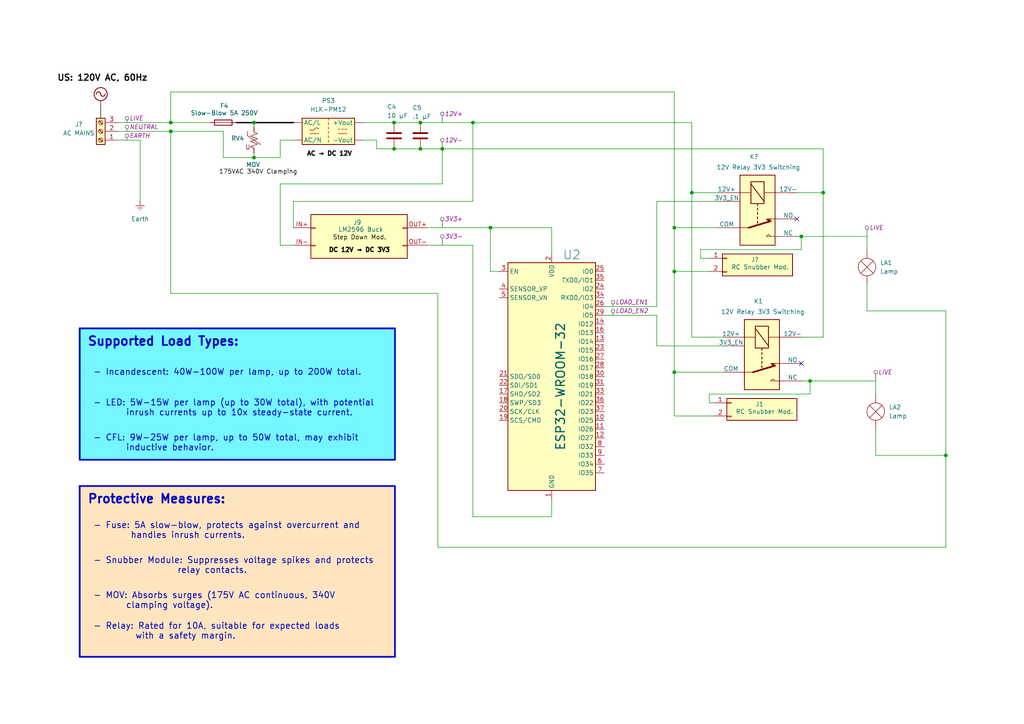
<source format=kicad_sch>
(kicad_sch (version 20250114) (generator "eeschema") (generator_version "9.0")
  (paper "A4")
  (lib_symbols
    (symbol "Conn_02x02_Counter_Clockwise_1" (pin_names (offset 1.016) (hide yes))
      (property "Reference" "J2" (at 17.018 19.304 0))
      (property "Value" "Bulvack LM2596" (at 17.78 17.018 0))
      (symbol "Conn_02x02_Counter_Clockwise_1_1_1"
        (rectangle (start -1.27 22.86) (end 26.67 10.16) (stroke (width 0.254)) (fill (type background)))
        (rectangle (start -1.27 19.05) (end 0 18.796) (stroke (width 0.1524)))
        (rectangle (start -1.27 13.97) (end 0 13.716) (stroke (width 0.1524)))
        (rectangle (start 25.4 19.05) (end 26.67 18.796) (stroke (width 0.1524)))
        (rectangle (start 25.4 13.97) (end 26.67 13.716) (stroke (width 0.1524)))
        (pin power_in line (at -6.35 19.05 0) (length 5) (name "Pin_1") (number "IN+"))
        (pin power_in line (at -6.35 13.97 0) (length 5) (name "Pin_2") (number "IN-"))
        (pin power_out line (at 32.7232 19.0363 180) (length 6) (name "Pin_4") (number "OUT+"))
        (pin power_out line (at 32.7329 13.9917 180) (length 6) (name "Pin_3") (number "OUT-"))
      )
    )
    (symbol "Connector:Screw_Terminal_01x03" (pin_names (offset 1.016) (hide yes))
      (property "Reference" "J" (at 0 5.08 0))
      (property "Value" "Screw_Terminal_01x03" (at 0 -5.08 0))
      (symbol "Screw_Terminal_01x03_1_1"
        (rectangle (start -1.27 3.81) (end 1.27 -3.81) (stroke (width 0.254)) (fill (type background)))
        (polyline (pts (xy -0.5334 2.8702) (xy 0.3302 2.032)) (stroke (width 0.1524)))
        (polyline (pts (xy -0.5334 0.3302) (xy 0.3302 -0.508)) (stroke (width 0.1524)))
        (polyline (pts (xy -0.5334 -2.2098) (xy 0.3302 -3.048)) (stroke (width 0.1524)))
        (polyline (pts (xy -0.3556 3.048) (xy 0.508 2.2098)) (stroke (width 0.1524)))
        (polyline (pts (xy -0.3556 0.508) (xy 0.508 -0.3302)) (stroke (width 0.1524)))
        (polyline (pts (xy -0.3556 -2.032) (xy 0.508 -2.8702)) (stroke (width 0.1524)))
        (circle (center 0 2.54) (radius 0.635) (stroke (width 0.1524)))
        (circle (center 0 0) (radius 0.635) (stroke (width 0.1524)))
        (circle (center 0 -2.54) (radius 0.635) (stroke (width 0.1524)))
        (pin passive line (at -5.08 2.54 0) (length 3.81) (name "Pin_1") (number "1"))
        (pin passive line (at -5.08 0 0) (length 3.81) (name "Pin_2") (number "2"))
        (pin passive line (at -5.08 -2.54 0) (length 3.81) (name "Pin_3") (number "3"))
      )
    )
    (symbol "Connector_Generic:Conn_01x02" (pin_names (offset 1.016) (hide yes))
      (property "Reference" "J4" (at 7.0297 -0.3579 0))
      (property "Value" "RC Snubber Mod." (at 1.27 -2.54 0))
      (symbol "Conn_01x02_1_1"
        (rectangle (start -1.27 1.27) (end 19.05 -5.08) (stroke (width 0.254)) (fill (type background)))
        (rectangle (start -1.27 0.127) (end 0 -0.127) (stroke (width 0.1524)))
        (rectangle (start -1.27 -3.81) (end 0 -4.064) (stroke (width 0.1524)))
        (pin passive line (at -5.08 0 0) (length 3.81) (name "Pin_1") (number "1"))
        (pin passive line (at -5.08 -3.81 0) (length 3.81) (name "Pin_2") (number "2"))
      )
    )
    (symbol "Converter_ACDC:HLK-PM03" (pin_numbers (hide yes))
      (property "Reference" "PS1" (at 0 8.89 0))
      (property "Value" "HLK-PM03" (at 0 6.35 0))
      (symbol "HLK-PM03_0_1"
        (rectangle (start -7.62 3.81) (end 7.62 -3.81) (stroke (width 0.254)) (fill (type background)))
        (polyline (pts (xy -5.334 -0.635) (xy -2.794 -0.635)))
        (arc (start -4.064 0.635) (mid -4.699 0.2495) (end -5.334 0.635))
        (arc (start -4.064 0.635) (mid -3.429 1.0072) (end -2.794 0.635))
        (polyline (pts (xy 0 3.81) (xy 0 3.175)))
        (polyline (pts (xy 0 2.54) (xy 0 1.905)))
        (polyline (pts (xy 0 1.27) (xy 0 0.635)))
        (polyline (pts (xy 0 0) (xy 0 -0.635)))
        (polyline (pts (xy 0 -1.27) (xy 0 -1.905)))
        (polyline (pts (xy 0 -2.54) (xy 0 -3.175)))
        (polyline (pts (xy 2.794 0.635) (xy 3.302 0.635)))
        (polyline (pts (xy 2.794 -0.635) (xy 5.334 -0.635)))
        (polyline (pts (xy 3.81 0.635) (xy 4.318 0.635)))
        (polyline (pts (xy 4.826 0.635) (xy 5.334 0.635)))
      )
      (symbol "HLK-PM03_1_1"
        (pin power_in line (at -10.16 2.54 0) (length 2.54) (name "AC/L") (number "1"))
        (pin power_in line (at -10.16 -2.54 0) (length 2.54) (name "AC/N") (number "2"))
        (pin power_out line (at 10.16 2.54 180) (length 2.54) (name "+Vout") (number "4"))
        (pin power_out line (at 10.16 -2.54 180) (length 2.54) (name "-Vout") (number "3"))
      )
    )
    (symbol "Device:C" (pin_numbers (hide yes)) (pin_names (offset 0.254))
      (property "Reference" "C" (at 0.635 2.54 0))
      (property "Value" "C" (at 0.635 -2.54 0))
      (symbol "C_0_1"
        (polyline (pts (xy -2.032 0.762) (xy 2.032 0.762)) (stroke (width 0.508)))
        (polyline (pts (xy -2.032 -0.762) (xy 2.032 -0.762)) (stroke (width 0.508)))
      )
      (symbol "C_1_1"
        (pin passive line (at 0 3.81 270) (length 2.794) (name "~") (number "1"))
        (pin passive line (at 0 -3.81 90) (length 2.794) (name "~") (number "2"))
      )
    )
    (symbol "Device:Fuse" (pin_numbers (hide yes)) (pin_names (offset 0))
      (property "Reference" "F" (at 2.032 0 90))
      (property "Value" "Fuse" (at -1.905 0 90))
      (symbol "Fuse_0_1"
        (rectangle (start -0.762 -2.54) (end 0.762 2.54) (stroke (width 0.254)))
        (polyline (pts (xy 0 2.54) (xy 0 -2.54)))
      )
      (symbol "Fuse_1_1"
        (pin passive line (at 0 3.81 270) (length 1.27) (name "~") (number "1"))
        (pin passive line (at 0 -3.81 90) (length 1.27) (name "~") (number "2"))
      )
    )
    (symbol "Device:Lamp" (pin_numbers (hide yes)) (pin_names (offset 0.0254) (hide yes))
      (property "Reference" "LA" (at 0.635 3.81 0))
      (property "Value" "Lamp" (at 0.635 -3.81 0))
      (symbol "Lamp_0_1"
        (polyline (pts (xy -1.778 1.778) (xy 1.778 -1.778)))
        (circle (center 0 0) (radius 2.54))
        (polyline (pts (xy 1.778 1.778) (xy -1.778 -1.778)))
      )
      (symbol "Lamp_1_1"
        (pin passive line (at 0 5.08 270) (length 2.54) (name "+") (number "2"))
        (pin passive line (at 0 -5.08 90) (length 2.54) (name "-") (number "1"))
      )
    )
    (symbol "Device:Varistor_US" (pin_numbers (hide yes)) (pin_names (offset 0))
      (property "Reference" "RV" (at 3.175 0 90))
      (property "Value" "Varistor_US" (at -3.175 0 90))
      (symbol "Varistor_US_0_0"
        (text "U" (at -1.778 -2.032 0) (effects (font (size 1.27 1.27))))
      )
      (symbol "Varistor_US_0_1"
        (polyline (pts (xy -1.905 2.54) (xy -1.905 1.27) (xy 1.905 -1.27)))
        (polyline (pts (xy 0 2.286) (xy 0 2.54)))
        (polyline (pts (xy 0 2.286) (xy 1.016 1.905) (xy 0 1.524) (xy -1.016 1.143) (xy 0 0.762)))
        (polyline (pts (xy 0 0.762) (xy 1.016 0.381) (xy 0 0) (xy -1.016 -0.381) (xy 0 -0.762)))
        (polyline (pts (xy 0 -0.762) (xy 1.016 -1.143) (xy 0 -1.524) (xy -1.016 -1.905) (xy 0 -2.286)))
        (polyline (pts (xy 0 -2.286) (xy 0 -2.54)))
      )
      (symbol "Varistor_US_1_1"
        (pin passive line (at 0 3.81 270) (length 1.27) (name "~") (number "1"))
        (pin passive line (at 0 -3.81 90) (length 1.27) (name "~") (number "2"))
      )
    )
    (symbol "RF_Module:ESP32-WROOM-32"
      (property "Reference" "U" (at -12.7 34.29 0))
      (property "Value" "ESP32-WROOM-32" (at 1.27 34.29 0))
      (symbol "ESP32-WROOM-32_0_1"
        (rectangle (start -12.7 33.02) (end 12.7 -33.02) (stroke (width 0.254)) (fill (type background)))
      )
      (symbol "ESP32-WROOM-32_1_1"
        (pin input line (at -15.24 30.48 0) (length 2.54) (name "EN") (number "3"))
        (pin input line (at -15.24 25.4 0) (length 2.54) (name "SENSOR_VP") (number "4"))
        (pin input line (at -15.24 22.86 0) (length 2.54) (name "SENSOR_VN") (number "5"))
        (pin bidirectional line (at -15.24 0 0) (length 2.54) (name "SDO/SD0") (number "21"))
        (pin bidirectional line (at -15.24 -2.54 0) (length 2.54) (name "SDI/SD1") (number "22"))
        (pin bidirectional line (at -15.24 -5.08 0) (length 2.54) (name "SHD/SD2") (number "17"))
        (pin bidirectional line (at -15.24 -7.62 0) (length 2.54) (name "SWP/SD3") (number "18"))
        (pin bidirectional line (at -15.24 -10.16 0) (length 2.54) (name "SCK/CLK") (number "20"))
        (pin bidirectional line (at -15.24 -12.7 0) (length 2.54) (name "SCS/CMD") (number "19"))
        (pin no_connect line (at -12.7 -27.94 0) (length 2.54) (hide yes) (name "NC") (number "32"))
        (pin power_in line (at 0 35.56 270) (length 2.54) (name "VDD") (number "2"))
        (pin power_in line (at 0 -35.56 90) (length 2.54) (name "GND") (number "1"))
        (pin passive line (at 0 -35.56 90) (length 2.54) (hide yes) (name "GND") (number "15"))
        (pin passive line (at 0 -35.56 90) (length 2.54) (hide yes) (name "GND") (number "38"))
        (pin passive line (at 0 -35.56 90) (length 2.54) (hide yes) (name "GND") (number "39"))
        (pin bidirectional line (at 15.24 30.48 180) (length 2.54) (name "IO0") (number "25"))
        (pin bidirectional line (at 15.24 27.94 180) (length 2.54) (name "TXD0/IO1") (number "35"))
        (pin bidirectional line (at 15.24 25.4 180) (length 2.54) (name "IO2") (number "24"))
        (pin bidirectional line (at 15.24 22.86 180) (length 2.54) (name "RXD0/IO3") (number "34"))
        (pin bidirectional line (at 15.24 20.32 180) (length 2.54) (name "IO4") (number "26"))
        (pin bidirectional line (at 15.24 17.78 180) (length 2.54) (name "IO5") (number "29"))
        (pin bidirectional line (at 15.24 15.24 180) (length 2.54) (name "IO12") (number "14"))
        (pin bidirectional line (at 15.24 12.7 180) (length 2.54) (name "IO13") (number "16"))
        (pin bidirectional line (at 15.24 10.16 180) (length 2.54) (name "IO14") (number "13"))
        (pin bidirectional line (at 15.24 7.62 180) (length 2.54) (name "IO15") (number "23"))
        (pin bidirectional line (at 15.24 5.08 180) (length 2.54) (name "IO16") (number "27"))
        (pin bidirectional line (at 15.24 2.54 180) (length 2.54) (name "IO17") (number "28"))
        (pin bidirectional line (at 15.24 0 180) (length 2.54) (name "IO18") (number "30"))
        (pin bidirectional line (at 15.24 -2.54 180) (length 2.54) (name "IO19") (number "31"))
        (pin bidirectional line (at 15.24 -5.08 180) (length 2.54) (name "IO21") (number "33"))
        (pin bidirectional line (at 15.24 -7.62 180) (length 2.54) (name "IO22") (number "36"))
        (pin bidirectional line (at 15.24 -10.16 180) (length 2.54) (name "IO23") (number "37"))
        (pin bidirectional line (at 15.24 -12.7 180) (length 2.54) (name "IO25") (number "10"))
        (pin bidirectional line (at 15.24 -15.24 180) (length 2.54) (name "IO26") (number "11"))
        (pin bidirectional line (at 15.24 -17.78 180) (length 2.54) (name "IO27") (number "12"))
        (pin bidirectional line (at 15.24 -20.32 180) (length 2.54) (name "IO32") (number "8"))
        (pin bidirectional line (at 15.24 -22.86 180) (length 2.54) (name "IO33") (number "9"))
        (pin input line (at 15.24 -25.4 180) (length 2.54) (name "IO34") (number "6"))
        (pin input line (at 15.24 -27.94 180) (length 2.54) (name "IO35") (number "7"))
      )
    )
    (symbol "SILxx-1Cxx-51x_1" (pin_numbers (hide yes)) (pin_names (offset 0))
      (property "Reference" "K3" (at 1.524 19.304 0))
      (property "Value" "12V Relay 3V3 Switching" (at 2.794 16.256 0))
      (symbol "SILxx-1Cxx-51x_1_0_0"
        (polyline (pts (xy 7.62 -3.81) (xy 5.08 -3.81) (xy 5.715 -3.175) (xy 6.35 -3.81)))
      )
      (symbol "SILxx-1Cxx-51x_1_0_1"
        (polyline (pts (xy -2.54 8.89) (xy -3.81 8.89)))
        (polyline (pts (xy -2.54 8.89) (xy 0.635 8.89)))
        (polyline (pts (xy -2.54 6.35) (xy -3.81 6.35)))
        (polyline (pts (xy -2.54 -1.27) (xy -3.81 -1.27)))
        (polyline (pts (xy 0 -1.27) (xy -2.54 -1.27)))
        (polyline (pts (xy 0 -1.27) (xy 6.35 0.635)) (stroke (width 0.508)))
        (polyline (pts (xy 0.635 11.43) (xy 4.445 6.35)) (stroke (width 0.254)))
        (polyline (pts (xy 2.54 5.715) (xy 2.54 5.08)) (stroke (width 0.254)))
        (polyline (pts (xy 2.54 4.445) (xy 2.54 3.81)) (stroke (width 0.254)))
        (polyline (pts (xy 2.54 3.175) (xy 2.54 2.54)) (stroke (width 0.254)))
        (polyline (pts (xy 2.54 1.905) (xy 2.54 1.27)) (stroke (width 0.254)))
        (polyline (pts (xy 2.54 0.635) (xy 2.54 0)) (stroke (width 0.254)))
        (rectangle (start 4.445 12.065) (end 0.635 5.715) (stroke (width 0.254)))
        (rectangle (start 7.62 13.97) (end -2.54 -6.35) (stroke (width 0.254)) (fill (type background)))
        (polyline (pts (xy 7.62 8.89) (xy 4.445 8.89)))
        (polyline (pts (xy 7.62 1.27) (xy 5.08 1.27) (xy 5.715 0.635) (xy 6.35 1.27)) (fill (type outline)))
        (polyline (pts (xy 8.89 8.89) (xy 7.62 8.89)))
        (polyline (pts (xy 8.89 1.27) (xy 7.62 1.27)))
        (polyline (pts (xy 8.89 -3.81) (xy 7.62 -3.81)))
      )
      (symbol "SILxx-1Cxx-51x_1_1_0"
        (pin input line (at -8.89 6.35 0) (length 5) (name "3V3_EN") (number "4"))
      )
      (symbol "SILxx-1Cxx-51x_1_1_1"
        (pin power_in line (at -8.89 8.89 0) (length 5) (name "12V+") (number "3"))
        (pin power_in line (at -8.89 -1.27 0) (length 5) (name "COM") (number "7"))
        (pin power_out line (at 13.97 8.89 180) (length 5) (name "12V-") (number "5"))
        (pin power_out line (at 13.97 1.27 180) (length 5) (name "NO") (number "2"))
        (pin power_out line (at 13.97 -3.81 180) (length 5) (name "NC") (number "1"))
      )
    )
    (symbol "power:AC" (power) (pin_numbers (hide yes)) (pin_names (offset 0) (hide yes))
      (property "Value" "AC" (at 0 6.35 0))
      (symbol "AC_0_1"
        (arc (start -1.27 3.175) (mid -0.635 3.8073) (end 0 3.175) (stroke (width 0.254)))
        (circle (center 0 3.175) (radius 1.905) (stroke (width 0.254)))
        (polyline (pts (xy 0 0) (xy 0 1.27)))
        (arc (start 1.27 3.175) (mid 0.635 2.5427) (end 0 3.175) (stroke (width 0.254)))
      )
      (symbol "AC_1_1"
        (pin power_in line (at 0 0 90) (length 0) (name "~") (number "1"))
      )
    )
    (symbol "power:Earth" (power) (pin_numbers (hide yes)) (pin_names (offset 0) (hide yes))
      (property "Value" "Earth" (at 0 -3.81 0))
      (symbol "Earth_0_1"
        (polyline (pts (xy -0.635 -1.905) (xy 0.635 -1.905)))
        (polyline (pts (xy -0.127 -2.54) (xy 0.127 -2.54)))
        (polyline (pts (xy 0 -1.27) (xy 0 0)))
        (polyline (pts (xy 1.27 -1.27) (xy -1.27 -1.27)))
      )
      (symbol "Earth_1_1"
        (pin power_in line (at 0 0 270) (length 0) (name "~") (number "1"))
      )
    )
  )
  (text_box "- MOV: Absorbs surges (175V AC continuous, 340V \n       clamping voltage)." (at 25.654 170.18 0) (size 88.9 7.62) (margins 1.3334 1.3334 1.3334 1.3334) (stroke (width -0.0001)) (effects (font (size 1.778 1.778) (thickness 0.2223)) (justify left top)))
  (text_box "- Incandescent: 40W-100W per lamp, up to 200W total." (at 25.654 105.41 0) (size 88.9 22.86) (margins 1.3334 1.3334 1.3334 1.3334) (stroke (width -0.0001)) (effects (font (size 1.778 1.778) (thickness 0.2223)) (justify left top)))
  (text_box "- CFL: 9W-25W per lamp, up to 50W total, may exhibit \n       inductive behavior." (at 25.654 124.46 0) (size 88.9 7.62) (margins 1.3334 1.3334 1.3334 1.3334) (stroke (width -0.0001)) (effects (font (size 1.778 1.778) (thickness 0.2223)) (justify left top)))
  (text_box "Protective Measures:\n\n" (at 23.114 140.97 0) (size 91.44 49.53) (margins 2.159 2.159 2.159 2.159) (stroke (width 0.508)) (fill (type color) (color 255 229 191 1)) (effects (font (size 2.54 2.54) (thickness 0.508) (bold yes)) (justify left top)))
  (text_box "- LED: 5W-15W per lamp (up to 30W total), with potential \n       inrush currents up to 10x steady-state current." (at 25.654 114.3 0) (size 88.9 22.86) (margins 1.3334 1.3334 1.3334 1.3334) (stroke (width -0.0001)) (effects (font (size 1.778 1.778) (thickness 0.2223)) (justify left top)))
  (text_box "- Fuse: 5A slow-blow, protects against overcurrent and \n        handles inrush currents.\n" (at 25.654 149.86 0) (size 88.9 22.86) (margins 1.3334 1.3334 1.3334 1.3334) (stroke (width -0.0001)) (effects (font (size 1.778 1.778) (thickness 0.2223)) (justify left top)))
  (text_box "- Snubber Module: Suppresses voltage spikes and protects \n                  relay contacts.\n" (at 25.654 160.02 0) (size 88.9 22.86) (margins 1.3334 1.3334 1.3334 1.3334) (stroke (width -0.0001)) (effects (font (size 1.778 1.778) (thickness 0.2223)) (justify left top)))
  (text_box "- Relay: Rated for 10A, suitable for expected loads \n         with a safety margin." (at 25.654 179.07 0) (size 88.9 7.62) (margins 1.3334 1.3334 1.3334 1.3334) (stroke (width -0.0001)) (effects (font (size 1.778 1.778) (thickness 0.2223)) (justify left top)))
  (text_box "Supported Load Types:" (at 23.114 95.25 0) (size 91.44 38.1) (margins 2.159 2.159 2.159 2.159) (stroke (width 0.508)) (fill (type color) (color 117 247 255 1)) (effects (font (size 2.54 2.54) (thickness 0.508) (bold yes)) (justify left top)))
  (junction (at 121.92 43.18))
  (junction (at 121.92 35.56))
  (junction (at 200.66 55.88))
  (junction (at 73.66 45.72))
  (junction (at 238.76 55.88))
  (junction (at 232.41 68.58))
  (junction (at 73.66 35.56))
  (junction (at 234.95 110.49))
  (junction (at 274.32 132.08))
  (junction (at 49.53 35.56))
  (junction (at 142.24 66.04))
  (junction (at 137.16 35.56))
  (junction (at 195.58 107.95))
  (junction (at 195.58 66.04))
  (junction (at 128.27 43.18))
  (junction (at 49.53 38.1))
  (junction (at 114.3 43.18))
  (junction (at 195.58 78.74))
  (junction (at 114.3 35.56))
  (no_connect (at 232.41 105.41))
  (no_connect (at 231.14 63.5))
  (wire (pts (xy 232.41 110.49) (xy 234.95 110.49)))
  (wire (pts (xy 64.77 45.72) (xy 64.77 38.1)))
  (wire (pts (xy 200.66 97.79) (xy 209.55 97.79)))
  (wire (pts (xy 274.32 90.17) (xy 251.46 90.17)))
  (wire (pts (xy 105.41 35.56) (xy 114.3 35.56)))
  (wire (pts (xy 234.95 110.49) (xy 254 110.49)))
  (wire (pts (xy 49.53 26.67) (xy 49.53 35.56)))
  (wire (pts (xy 190.5 58.42) (xy 208.28 58.42)))
  (wire (pts (xy 195.58 107.95) (xy 209.55 107.95)))
  (wire (pts (xy 238.76 55.88) (xy 231.14 55.88)))
  (wire (pts (xy 251.46 68.58) (xy 251.46 72.39)))
  (wire (pts (xy 127 158.75) (xy 274.32 158.75)))
  (wire (pts (xy 114.3 43.18) (xy 121.92 43.18)))
  (wire (pts (xy 109.22 43.18) (xy 109.22 40.64)))
  (wire (pts (xy 190.5 88.9) (xy 190.5 58.42)))
  (wire (pts (xy 274.32 90.17) (xy 274.32 132.08)))
  (wire (pts (xy 128.27 53.34) (xy 128.27 43.18)))
  (wire (pts (xy 195.58 66.04) (xy 208.28 66.04)))
  (wire (pts (xy 205.74 114.3) (xy 234.95 114.3)))
  (wire (pts (xy 274.32 132.08) (xy 274.32 158.75)))
  (wire (pts (xy 124.46 71.12) (xy 137.16 71.12)))
  (wire (pts (xy 238.76 55.88) (xy 238.76 97.79)))
  (wire (pts (xy 254 124.46) (xy 254 132.08)))
  (wire (pts (xy 34.29 40.64) (xy 40.64 40.64)))
  (wire (pts (xy 124.46 66.04) (xy 142.24 66.04)))
  (wire (pts (xy 121.92 35.56) (xy 137.16 35.56)))
  (wire (pts (xy 232.41 68.58) (xy 251.46 68.58)))
  (wire (pts (xy 137.16 71.12) (xy 137.16 149.86)))
  (wire (pts (xy 127 85.09) (xy 127 158.75)))
  (wire (pts (xy 85.09 58.42) (xy 85.09 66.04)))
  (wire (pts (xy 175.26 88.9) (xy 190.5 88.9)))
  (wire (pts (xy 232.41 97.79) (xy 238.76 97.79)))
  (wire (pts (xy 34.29 38.1) (xy 49.53 38.1)))
  (wire (pts (xy 34.29 35.56) (xy 49.53 35.56)))
  (wire (pts (xy 195.58 78.74) (xy 195.58 107.95)))
  (wire (pts (xy 232.41 68.58) (xy 232.41 72.39)))
  (wire (pts (xy 175.26 91.44) (xy 190.5 91.44)))
  (wire (pts (xy 49.53 85.09) (xy 127 85.09)))
  (wire (pts (xy 49.53 35.56) (xy 60.96 35.56)))
  (wire (pts (xy 203.2 74.93) (xy 205.74 74.93)))
  (wire (pts (xy 190.5 100.33) (xy 190.5 91.44)))
  (wire (pts (xy 73.66 45.72) (xy 64.77 45.72)))
  (wire (pts (xy 203.2 72.39) (xy 232.41 72.39)))
  (wire (pts (xy 73.66 35.56) (xy 73.66 36.83)))
  (wire (pts (xy 85.09 71.12) (xy 81.28 71.12)))
  (wire (pts (xy 128.27 43.18) (xy 238.76 43.18)))
  (wire (pts (xy 203.2 72.39) (xy 203.2 74.93)))
  (wire (pts (xy 49.53 38.1) (xy 64.77 38.1)))
  (wire (pts (xy 205.74 116.84) (xy 207.01 116.84)))
  (wire (pts (xy 137.16 58.42) (xy 85.09 58.42)))
  (wire (pts (xy 68.58 35.56) (xy 73.66 35.56)) (stroke (width 0.381) (color 0 0 0 1)))
  (wire (pts (xy 81.28 40.64) (xy 81.28 45.72)))
  (wire (pts (xy 114.3 35.56) (xy 121.92 35.56)))
  (wire (pts (xy 234.95 110.49) (xy 234.95 114.3)))
  (wire (pts (xy 254 110.49) (xy 254 114.3)))
  (wire (pts (xy 137.16 149.86) (xy 160.02 149.86)))
  (wire (pts (xy 238.76 43.18) (xy 238.76 55.88)))
  (wire (pts (xy 137.16 35.56) (xy 200.66 35.56)))
  (wire (pts (xy 209.55 100.33) (xy 190.5 100.33)))
  (wire (pts (xy 109.22 43.18) (xy 114.3 43.18)))
  (wire (pts (xy 142.24 66.04) (xy 160.02 66.04)))
  (wire (pts (xy 109.22 40.64) (xy 105.41 40.64)))
  (wire (pts (xy 195.58 78.74) (xy 205.74 78.74)))
  (wire (pts (xy 29.21 30.48) (xy 29.21 34.29)) (stroke (width 0.1524) (color 0 0 0 1)))
  (wire (pts (xy 121.92 43.18) (xy 128.27 43.18)))
  (wire (pts (xy 81.28 53.34) (xy 128.27 53.34)))
  (wire (pts (xy 81.28 71.12) (xy 81.28 53.34)))
  (wire (pts (xy 73.66 44.45) (xy 73.66 45.72)))
  (wire (pts (xy 195.58 26.67) (xy 49.53 26.67)))
  (wire (pts (xy 195.58 66.04) (xy 195.58 78.74)))
  (wire (pts (xy 231.14 68.58) (xy 232.41 68.58)))
  (wire (pts (xy 160.02 66.04) (xy 160.02 73.66)))
  (wire (pts (xy 200.66 55.88) (xy 208.28 55.88)))
  (wire (pts (xy 40.64 40.64) (xy 40.64 58.42)))
  (wire (pts (xy 137.16 35.56) (xy 137.16 58.42)))
  (wire (pts (xy 195.58 26.67) (xy 195.58 66.04)))
  (wire (pts (xy 142.24 78.74) (xy 144.78 78.74)))
  (wire (pts (xy 195.58 107.95) (xy 195.58 120.65)))
  (wire (pts (xy 251.46 90.17) (xy 251.46 82.55)))
  (wire (pts (xy 73.66 35.56) (xy 85.09 35.56)) (stroke (width 0.381) (color 0 0 0 1)))
  (wire (pts (xy 49.53 38.1) (xy 49.53 85.09)))
  (wire (pts (xy 160.02 149.86) (xy 160.02 144.78)))
  (wire (pts (xy 195.58 120.65) (xy 207.01 120.65)))
  (wire (pts (xy 142.24 66.04) (xy 142.24 78.74)))
  (wire (pts (xy 81.28 45.72) (xy 73.66 45.72)))
  (wire (pts (xy 205.74 114.3) (xy 205.74 116.84)))
  (wire (pts (xy 254 132.08) (xy 274.32 132.08)))
  (wire (pts (xy 200.66 35.56) (xy 200.66 55.88)))
  (wire (pts (xy 85.09 40.64) (xy 81.28 40.64)))
  (wire (pts (xy 200.66 55.88) (xy 200.66 97.79)))
  (label "175VAC 340V Clamping" (at 63.5 50.8 0))
  (label "AC → DC 12V" (at 88.9 45.72 0) (effects (font (thickness 0.3556) (bold yes))))
  (label "US: 120V AC, 60Hz" (at 16.51 24.13 0) (effects (font (size 1.778 1.778) (thickness 0.3556) (bold yes))))
  (label "DC 12V → DC 3V3" (at 95.25 73.66 0) (effects (font (thickness 0.3556) (bold yes))))
  (label "Step Down Mod." (at 96.52 69.85 0))
  (netclass_flag "" (length 2.54) (shape round) (at 128.27 71.12 0) (property "Netclass" "3V3-" (at 128.9685 68.58 0) (effects (font (italic yes)) (justify left))))
  (netclass_flag "" (length 1.27) (shape round) (at 177.8 91.44 0) (property "Netclass" "LOAD_EN2" (at 178.4985 90.17 0) (effects (font (italic yes)) (justify left))))
  (netclass_flag "" (length 2.54) (shape round) (at 128.27 66.04 0) (property "Netclass" "3V3+" (at 128.9685 63.5 0) (effects (font (italic yes)) (justify left))))
  (netclass_flag "" (length 2.54) (shape round) (at 128.27 43.18 0) (property "Netclass" "12V-" (at 128.9685 40.64 0) (effects (font (italic yes)) (justify left))))
  (netclass_flag "" (length 2.54) (shape round) (at 254 110.49 0) (property "Netclass" "LIVE" (at 254.6985 107.95 0) (effects (font (italic yes)) (justify left))))
  (netclass_flag "" (length 1.27) (shape round) (at 36.83 38.1 0) (property "Netclass" "NEUTRAL" (at 37.5285 36.83 0) (effects (font (italic yes)) (justify left))))
  (netclass_flag "" (length 2.54) (shape round) (at 251.46 68.58 0) (property "Netclass" "LIVE" (at 252.1585 66.04 0) (effects (font (italic yes)) (justify left))))
  (netclass_flag "" (length 1.27) (shape round) (at 36.83 40.64 0) (property "Netclass" "EARTH" (at 37.5285 39.37 0) (effects (font (italic yes)) (justify left))))
  (netclass_flag "" (length 1.27) (shape round) (at 36.83 35.56 0) (property "Netclass" "LIVE" (at 37.5285 34.29 0) (effects (font (italic yes)) (justify left))))
  (netclass_flag "" (length 2.54) (shape round) (at 128.27 35.56 0) (property "Netclass" "12V+" (at 128.9685 33.02 0) (effects (font (italic yes)) (justify left))))
  (netclass_flag "" (length 1.27) (shape round) (at 177.8 88.9 0) (property "Netclass" "LOAD_EN1" (at 178.4985 87.63 0) (effects (font (italic yes)) (justify left))))
  (symbol (lib_name "SILxx-1Cxx-51x_1") (lib_id "Relay:SILxx-1Cxx-51x") (at 218.44 106.68 0) (unit 1)
    (property "Reference" "K1" (at 219.964 87.376 0))
    (property "Value" "12V Relay 3V3 Switching" (at 221.234 90.424 0))
    (property "Footprint" "Relay_THT:Relay_SPDT_StandexMeder_SIL_Form1C" (effects (hide yes)))
    (property "Datasheet" "https://standexelectronics.com/wp-content/uploads/datasheet_reed_relay_SIL.pdf" (effects (hide yes)))
    (property "Description" "Standex Meder SIL reed relay, SPDT" (effects (hide yes)))
  )
  (symbol (lib_id "Connector:Screw_Terminal_01x03") (at 29.21 38.1 180) (unit 1)
    (property "Reference" "J?" (at 22.86 36.068 0))
    (property "Value" "AC MAINS" (at 22.86 38.608 0))
    (property "Description" "Generic screw terminal, single row, 01x03, script generated (kicad-library-utils/schlib/autogen/connector/)" (effects (hide yes)))
  )
  (symbol (lib_name "SILxx-1Cxx-51x_1") (lib_id "Relay:SILxx-1Cxx-51x") (at 217.17 64.77 0) (unit 1)
    (property "Reference" "K?" (at 218.694 45.466 0))
    (property "Value" "12V Relay 3V3 Switching" (at 219.964 48.514 0))
    (property "Footprint" "Relay_THT:Relay_SPDT_StandexMeder_SIL_Form1C" (effects (hide yes)))
    (property "Datasheet" "https://standexelectronics.com/wp-content/uploads/datasheet_reed_relay_SIL.pdf" (effects (hide yes)))
    (property "Description" "Standex Meder SIL reed relay, SPDT" (effects (hide yes)))
  )
  (symbol (lib_name "Conn_02x02_Counter_Clockwise_1") (lib_id "Connector_Generic:Conn_02x02_Counter_Clockwise") (at 91.44 85.09 0) (unit 1)
    (property "Reference" "J9" (at 103.632 64.516 0))
    (property "Value" "LM2596 Buck" (at 104.648 66.548 0))
    (property "Description" "Generic connector, double row, 02x02, counter clockwise pin numbering scheme (similar to DIP package numbering), script generated (kicad-library-utils/schlib/autogen/connector/)" (effects (hide yes)))
  )
  (symbol (lib_id "Connector_Generic:Conn_01x02") (at 210.82 74.93 0) (unit 1)
    (property "Reference" "J?" (at 217.8497 75.2879 0) (effects (justify left)))
    (property "Value" "RC Snubber Mod." (at 212.09 77.47 0) (effects (justify left)))
    (property "Description" "Generic connector, single row, 01x02, script generated (kicad-library-utils/schlib/autogen/connector/)" (effects (hide yes)))
  )
  (symbol (lib_id "power:Earth") (at 40.64 58.42 0) (unit 1)
    (property "Reference" "#PWR01" (effects (hide yes)))
    (property "Value" "Earth" (at 40.64 63.5 0))
    (property "Description" "Power symbol creates a global label with name \"Earth\"" (effects (hide yes)))
  )
  (symbol (lib_id "Converter_ACDC:HLK-PM03") (at 95.25 38.1 0) (unit 1)
    (property "Reference" "PS3" (at 95.25 29.21 0))
    (property "Value" "HLK-PM12" (at 95.25 31.75 0))
    (property "Footprint" "Converter_ACDC:Converter_ACDC_Hi-Link_HLK-PMxx" (effects (hide yes)))
    (property "Datasheet" "https://h.hlktech.com/download/ACDC%E7%94%B5%E6%BA%90%E6%A8%A1%E5%9D%973W%E7%B3%BB%E5%88%97/1/%E6%B5%B7%E5%87%8C%E7%A7%913W%E7%B3%BB%E5%88%97%E7%94%B5%E6%BA%90%E6%A8%A1%E5%9D%97%E8%A7%84%E6%A0%BC%E4%B9%A6V2.8.pdf" (effects (hide yes)))
    (property "Description" "Compact AC/DC board mount power module 3W 3V3" (effects (hide yes)))
  )
  (symbol (lib_id "Connector_Generic:Conn_01x02") (at 212.09 116.84 0) (unit 1)
    (property "Reference" "J1" (at 219.1197 117.1979 0) (effects (justify left)))
    (property "Value" "RC Snubber Mod." (at 213.36 119.38 0) (effects (justify left)))
    (property "Description" "Generic connector, single row, 01x02, script generated (kicad-library-utils/schlib/autogen/connector/)" (effects (hide yes)))
  )
  (symbol (lib_id "Device:Lamp") (at 254 119.38 0) (unit 1)
    (property "Reference" "LA2" (at 257.81 118.1099 0) (effects (justify left)))
    (property "Value" "Lamp" (at 257.81 120.6499 0) (effects (justify left)))
    (property "Description" "Lamp" (effects (hide yes)))
  )
  (symbol (lib_id "Device:Fuse") (at 64.77 35.56 90) (unit 1)
    (property "Reference" "F4" (at 65.024 30.734 90))
    (property "Value" "Slow-Blow 5A 250V" (at 65.024 32.766 90))
    (property "Description" "Fuse" (effects (hide yes)))
  )
  (symbol (lib_id "Device:C") (at 114.3 39.37 0) (unit 1)
    (property "Reference" "C4" (at 112.268 30.988 0) (effects (justify left)))
    (property "Value" "10 µF" (at 112.268 33.528 0) (effects (justify left)))
    (property "Description" "Unpolarized capacitor" (effects (hide yes)))
  )
  (symbol (lib_id "Device:C") (at 121.92 39.37 0) (unit 1)
    (property "Reference" "C5" (at 119.634 31.242 0) (effects (justify left)))
    (property "Value" ".1 µF" (at 119.634 33.782 0) (effects (justify left)))
    (property "Description" "Unpolarized capacitor" (effects (hide yes)))
  )
  (symbol (lib_id "Device:Lamp") (at 251.46 77.47 0) (unit 1)
    (property "Reference" "LA1" (at 255.27 76.1999 0) (effects (justify left)))
    (property "Value" "Lamp" (at 255.27 78.7399 0) (effects (justify left)))
    (property "Description" "Lamp" (effects (hide yes)))
  )
  (symbol (lib_id "RF_Module:ESP32-WROOM-32") (at 160.02 109.22 0) (unit 1)
    (property "Reference" "U2" (at 163.322 73.914 0) (effects (font (size 2.54 2.54) (thickness 0.1588)) (justify left)))
    (property "Value" "ESP32-WROOM-32" (at 162.56 130.81 90) (effects (font (size 2.54 2.54) (thickness 0.3556) (bold yes)) (justify left)))
    (property "Footprint" "RF_Module:ESP32-WROOM-32" (effects (hide yes)))
    (property "Datasheet" "https://www.espressif.com/sites/default/files/documentation/esp32-wroom-32_datasheet_en.pdf" (effects (hide yes)))
    (property "Description" "RF Module, ESP32-D0WDQ6 SoC, Wi-Fi 802.11b/g/n, Bluetooth, BLE, 32-bit, 2.7-3.6V, onboard antenna, SMD" (effects (hide yes)))
  )
  (symbol (lib_id "power:AC") (at 29.21 30.48 0) (unit 1)
    (property "Reference" "#PWR05" (effects (hide yes)))
    (property "Value" "AC" (effects (hide yes)))
    (property "Description" "Power symbol creates a global label with name \"AC\"" (effects (hide yes)))
  )
  (symbol (lib_id "Device:Varistor_US") (at 73.66 40.64 0) (unit 1)
    (property "Reference" "RV4" (at 67.056 40.132 0) (effects (justify left)))
    (property "Value" "MOV" (at 71.374 47.752 0) (effects (justify left)))
    (property "Description" "Voltage dependent resistor, US symbol" (effects (hide yes)))
    (property "Sim.Name" "kicad_builtin_varistor" (effects (hide yes)))
    (property "Sim.Device" "SUBCKT" (effects (hide yes)))
    (property "Sim.Pins" "1=A 2=B" (effects (hide yes)))
    (property "Sim.Params" "threshold=1k" (effects (hide yes)))
    (property "Sim.Library" "${KICAD7_SYMBOL_DIR}/Simulation_SPICE.sp" (effects (hide yes)))
  )
)
</source>
